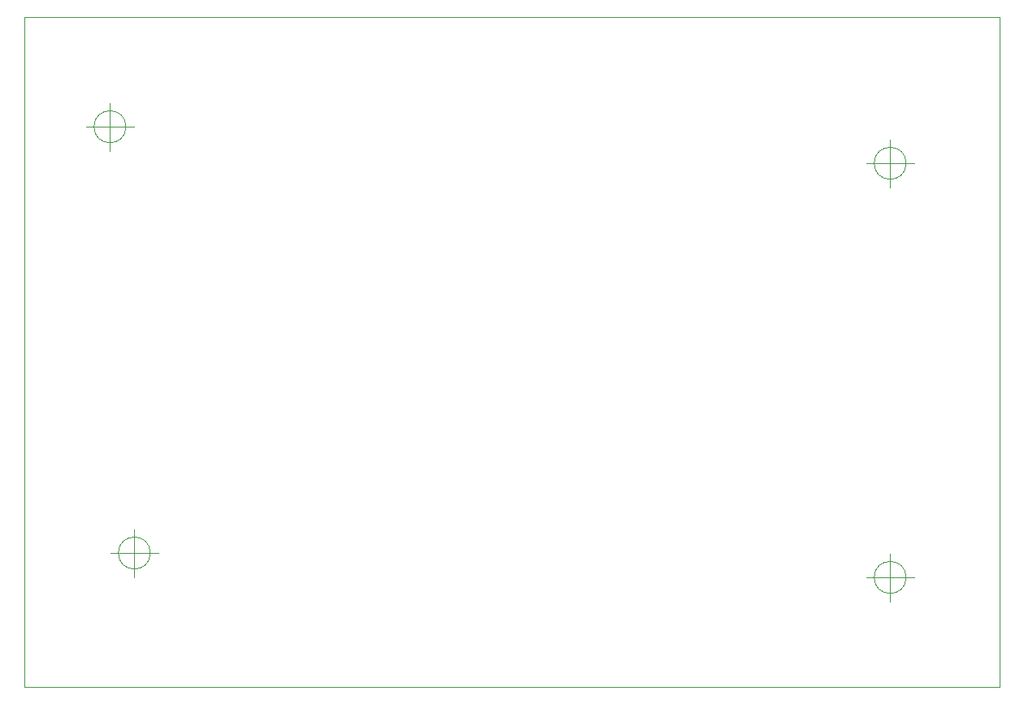
<source format=gbr>
%TF.GenerationSoftware,KiCad,Pcbnew,(5.1.9)-1*%
%TF.CreationDate,2021-05-10T11:19:08-07:00*%
%TF.ProjectId,preamp-board-v4,70726561-6d70-42d6-926f-6172642d7634,rev?*%
%TF.SameCoordinates,PX11a33a70PY316e4430*%
%TF.FileFunction,Profile,NP*%
%FSLAX46Y46*%
G04 Gerber Fmt 4.6, Leading zero omitted, Abs format (unit mm)*
G04 Created by KiCad (PCBNEW (5.1.9)-1) date 2021-05-10 11:19:08*
%MOMM*%
%LPD*%
G01*
G04 APERTURE LIST*
%TA.AperFunction,Profile*%
%ADD10C,0.050000*%
%TD*%
G04 APERTURE END LIST*
D10*
X10556666Y58420000D02*
G75*
G03*
X10556666Y58420000I-1666666J0D01*
G01*
X6390000Y58420000D02*
X11390000Y58420000D01*
X8890000Y60920000D02*
X8890000Y55920000D01*
X91836666Y54610000D02*
G75*
G03*
X91836666Y54610000I-1666666J0D01*
G01*
X87670000Y54610000D02*
X92670000Y54610000D01*
X90170000Y57110000D02*
X90170000Y52110000D01*
X91836666Y11430000D02*
G75*
G03*
X91836666Y11430000I-1666666J0D01*
G01*
X87670000Y11430000D02*
X92670000Y11430000D01*
X90170000Y13930000D02*
X90170000Y8930000D01*
X13096666Y13970000D02*
G75*
G03*
X13096666Y13970000I-1666666J0D01*
G01*
X8930000Y13970000D02*
X13930000Y13970000D01*
X11430000Y16470000D02*
X11430000Y11470000D01*
X0Y69850000D02*
X0Y0D01*
X101600000Y69850000D02*
X0Y69850000D01*
X101600000Y0D02*
X101600000Y69850000D01*
X0Y0D02*
X101600000Y0D01*
M02*

</source>
